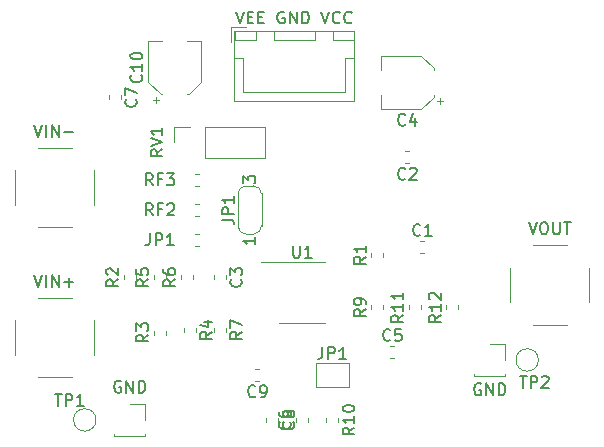
<source format=gbr>
G04 #@! TF.GenerationSoftware,KiCad,Pcbnew,(5.1.2)-2*
G04 #@! TF.CreationDate,2019-07-08T11:12:43+08:00*
G04 #@! TF.ProjectId,eval-board-ADA4817-1,6576616c-2d62-46f6-9172-642d41444134,rev?*
G04 #@! TF.SameCoordinates,Original*
G04 #@! TF.FileFunction,Legend,Top*
G04 #@! TF.FilePolarity,Positive*
%FSLAX46Y46*%
G04 Gerber Fmt 4.6, Leading zero omitted, Abs format (unit mm)*
G04 Created by KiCad (PCBNEW (5.1.2)-2) date 2019-07-08 11:12:43*
%MOMM*%
%LPD*%
G04 APERTURE LIST*
%ADD10C,0.120000*%
%ADD11C,0.150000*%
G04 APERTURE END LIST*
D10*
X146050000Y-125750000D02*
X148000000Y-125750000D01*
X146050000Y-125750000D02*
X144100000Y-125750000D01*
X146050000Y-120630000D02*
X148000000Y-120630000D01*
X146050000Y-120630000D02*
X142600000Y-120630000D01*
X130935000Y-122091267D02*
X130935000Y-121748733D01*
X131955000Y-122091267D02*
X131955000Y-121748733D01*
X131445000Y-132655000D02*
X132775000Y-132655000D01*
X132775000Y-132655000D02*
X132775000Y-133985000D01*
X132775000Y-135195000D02*
X132775000Y-135315000D01*
X130115000Y-135195000D02*
X130115000Y-135315000D01*
X130115000Y-135315000D02*
X132775000Y-135315000D01*
X161925000Y-127575000D02*
X163255000Y-127575000D01*
X163255000Y-127575000D02*
X163255000Y-128905000D01*
X163255000Y-130115000D02*
X163255000Y-130235000D01*
X160595000Y-130115000D02*
X160595000Y-130235000D01*
X160595000Y-130235000D02*
X163255000Y-130235000D01*
X166050000Y-128905000D02*
G75*
G03X166050000Y-128905000I-950000J0D01*
G01*
X128585000Y-133985000D02*
G75*
G03X128585000Y-133985000I-950000J0D01*
G01*
X140315000Y-101045000D02*
X140315000Y-107015000D01*
X140315000Y-107015000D02*
X150435000Y-107015000D01*
X150435000Y-107015000D02*
X150435000Y-101045000D01*
X150435000Y-101045000D02*
X140315000Y-101045000D01*
X143625000Y-101055000D02*
X143625000Y-101805000D01*
X143625000Y-101805000D02*
X147125000Y-101805000D01*
X147125000Y-101805000D02*
X147125000Y-101055000D01*
X147125000Y-101055000D02*
X143625000Y-101055000D01*
X140325000Y-101055000D02*
X140325000Y-101805000D01*
X140325000Y-101805000D02*
X142125000Y-101805000D01*
X142125000Y-101805000D02*
X142125000Y-101055000D01*
X142125000Y-101055000D02*
X140325000Y-101055000D01*
X148625000Y-101055000D02*
X148625000Y-101805000D01*
X148625000Y-101805000D02*
X150425000Y-101805000D01*
X150425000Y-101805000D02*
X150425000Y-101055000D01*
X150425000Y-101055000D02*
X148625000Y-101055000D01*
X140325000Y-103305000D02*
X141075000Y-103305000D01*
X141075000Y-103305000D02*
X141075000Y-106255000D01*
X141075000Y-106255000D02*
X145375000Y-106255000D01*
X150425000Y-103305000D02*
X149675000Y-103305000D01*
X149675000Y-103305000D02*
X149675000Y-106255000D01*
X149675000Y-106255000D02*
X145375000Y-106255000D01*
X141275000Y-100755000D02*
X140025000Y-100755000D01*
X140025000Y-100755000D02*
X140025000Y-102005000D01*
X147190000Y-129175000D02*
X149990000Y-129175000D01*
X149990000Y-129175000D02*
X149990000Y-131175000D01*
X149990000Y-131175000D02*
X147190000Y-131175000D01*
X147190000Y-131175000D02*
X147190000Y-129175000D01*
X156038733Y-118870000D02*
X156381267Y-118870000D01*
X156038733Y-119890000D02*
X156381267Y-119890000D01*
X155111267Y-111250000D02*
X154768733Y-111250000D01*
X155111267Y-112270000D02*
X154768733Y-112270000D01*
X138555000Y-121748733D02*
X138555000Y-122091267D01*
X139575000Y-121748733D02*
X139575000Y-122091267D01*
X157690000Y-107220000D02*
X157690000Y-106720000D01*
X157940000Y-106970000D02*
X157440000Y-106970000D01*
X157200000Y-104214437D02*
X156135563Y-103150000D01*
X157200000Y-106605563D02*
X156135563Y-107670000D01*
X157200000Y-106605563D02*
X157200000Y-106470000D01*
X157200000Y-104214437D02*
X157200000Y-104350000D01*
X156135563Y-103150000D02*
X152680000Y-103150000D01*
X156135563Y-107670000D02*
X152680000Y-107670000D01*
X152680000Y-107670000D02*
X152680000Y-106470000D01*
X152680000Y-103150000D02*
X152680000Y-104350000D01*
X153498733Y-127760000D02*
X153841267Y-127760000D01*
X153498733Y-128780000D02*
X153841267Y-128780000D01*
X146560000Y-134156267D02*
X146560000Y-133813733D01*
X145540000Y-134156267D02*
X145540000Y-133813733D01*
X130685000Y-106508733D02*
X130685000Y-106851267D01*
X129665000Y-106508733D02*
X129665000Y-106851267D01*
X144020000Y-133813733D02*
X144020000Y-134156267D01*
X143000000Y-133813733D02*
X143000000Y-134156267D01*
X142411267Y-129665000D02*
X142068733Y-129665000D01*
X142411267Y-130685000D02*
X142068733Y-130685000D01*
X137515000Y-101880000D02*
X136315000Y-101880000D01*
X132995000Y-101880000D02*
X134195000Y-101880000D01*
X132995000Y-105335563D02*
X132995000Y-101880000D01*
X137515000Y-105335563D02*
X137515000Y-101880000D01*
X136450563Y-106400000D02*
X136315000Y-106400000D01*
X134059437Y-106400000D02*
X134195000Y-106400000D01*
X134059437Y-106400000D02*
X132995000Y-105335563D01*
X136450563Y-106400000D02*
X137515000Y-105335563D01*
X133695000Y-107140000D02*
X133695000Y-106640000D01*
X133445000Y-106890000D02*
X133945000Y-106890000D01*
X121740000Y-112850000D02*
X121740000Y-115750000D01*
X128450000Y-112850000D02*
X128450000Y-115750000D01*
X123645000Y-117655000D02*
X126545000Y-117655000D01*
X123645000Y-110945000D02*
X126545000Y-110945000D01*
X121740000Y-125550000D02*
X121740000Y-128450000D01*
X128450000Y-125550000D02*
X128450000Y-128450000D01*
X123645000Y-130355000D02*
X126545000Y-130355000D01*
X123645000Y-123645000D02*
X126545000Y-123645000D01*
X165555000Y-119200000D02*
X168455000Y-119200000D01*
X165555000Y-125910000D02*
X168455000Y-125910000D01*
X170360000Y-121105000D02*
X170360000Y-124005000D01*
X163650000Y-121105000D02*
X163650000Y-124005000D01*
X141905000Y-118255000D02*
X141305000Y-118255000D01*
X142605000Y-114805000D02*
X142605000Y-117605000D01*
X141305000Y-114155000D02*
X141905000Y-114155000D01*
X140605000Y-117605000D02*
X140605000Y-114805000D01*
X140605000Y-114855000D02*
G75*
G02X141305000Y-114155000I700000J0D01*
G01*
X141905000Y-114155000D02*
G75*
G02X142605000Y-114855000I0J-700000D01*
G01*
X142605000Y-117555000D02*
G75*
G02X141905000Y-118255000I-700000J0D01*
G01*
X141305000Y-118255000D02*
G75*
G02X140605000Y-117555000I0J700000D01*
G01*
X152910000Y-120186267D02*
X152910000Y-119843733D01*
X151890000Y-120186267D02*
X151890000Y-119843733D01*
X134495000Y-126776267D02*
X134495000Y-126433733D01*
X133475000Y-126776267D02*
X133475000Y-126433733D01*
X137035000Y-126193733D02*
X137035000Y-126536267D01*
X136015000Y-126193733D02*
X136015000Y-126536267D01*
X133475000Y-122091267D02*
X133475000Y-121748733D01*
X134495000Y-122091267D02*
X134495000Y-121748733D01*
X136781000Y-122091267D02*
X136781000Y-121748733D01*
X135761000Y-122091267D02*
X135761000Y-121748733D01*
X139575000Y-126193733D02*
X139575000Y-126536267D01*
X138555000Y-126193733D02*
X138555000Y-126536267D01*
X151890000Y-124631267D02*
X151890000Y-124288733D01*
X152910000Y-124631267D02*
X152910000Y-124288733D01*
X148080000Y-133813733D02*
X148080000Y-134156267D01*
X149100000Y-133813733D02*
X149100000Y-134156267D01*
X156085000Y-124631267D02*
X156085000Y-124288733D01*
X155065000Y-124631267D02*
X155065000Y-124288733D01*
X158240000Y-124631267D02*
X158240000Y-124288733D01*
X159260000Y-124631267D02*
X159260000Y-124288733D01*
X136988733Y-119255000D02*
X137331267Y-119255000D01*
X136988733Y-118235000D02*
X137331267Y-118235000D01*
X136988733Y-115695000D02*
X137331267Y-115695000D01*
X136988733Y-116715000D02*
X137331267Y-116715000D01*
X137331267Y-113155000D02*
X136988733Y-113155000D01*
X137331267Y-114175000D02*
X136988733Y-114175000D01*
X137795000Y-111820000D02*
X137795000Y-109160000D01*
X137795000Y-111820000D02*
X142935000Y-111820000D01*
X142935000Y-111820000D02*
X142935000Y-109160000D01*
X137795000Y-109160000D02*
X142935000Y-109160000D01*
X135195000Y-109160000D02*
X136525000Y-109160000D01*
X135195000Y-110490000D02*
X135195000Y-109160000D01*
D11*
X145288095Y-119242380D02*
X145288095Y-120051904D01*
X145335714Y-120147142D01*
X145383333Y-120194761D01*
X145478571Y-120242380D01*
X145669047Y-120242380D01*
X145764285Y-120194761D01*
X145811904Y-120147142D01*
X145859523Y-120051904D01*
X145859523Y-119242380D01*
X146859523Y-120242380D02*
X146288095Y-120242380D01*
X146573809Y-120242380D02*
X146573809Y-119242380D01*
X146478571Y-119385238D01*
X146383333Y-119480476D01*
X146288095Y-119528095D01*
X130467380Y-122086666D02*
X129991190Y-122420000D01*
X130467380Y-122658095D02*
X129467380Y-122658095D01*
X129467380Y-122277142D01*
X129515000Y-122181904D01*
X129562619Y-122134285D01*
X129657857Y-122086666D01*
X129800714Y-122086666D01*
X129895952Y-122134285D01*
X129943571Y-122181904D01*
X129991190Y-122277142D01*
X129991190Y-122658095D01*
X129562619Y-121705714D02*
X129515000Y-121658095D01*
X129467380Y-121562857D01*
X129467380Y-121324761D01*
X129515000Y-121229523D01*
X129562619Y-121181904D01*
X129657857Y-121134285D01*
X129753095Y-121134285D01*
X129895952Y-121181904D01*
X130467380Y-121753333D01*
X130467380Y-121134285D01*
X130683095Y-130715000D02*
X130587857Y-130667380D01*
X130445000Y-130667380D01*
X130302142Y-130715000D01*
X130206904Y-130810238D01*
X130159285Y-130905476D01*
X130111666Y-131095952D01*
X130111666Y-131238809D01*
X130159285Y-131429285D01*
X130206904Y-131524523D01*
X130302142Y-131619761D01*
X130445000Y-131667380D01*
X130540238Y-131667380D01*
X130683095Y-131619761D01*
X130730714Y-131572142D01*
X130730714Y-131238809D01*
X130540238Y-131238809D01*
X131159285Y-131667380D02*
X131159285Y-130667380D01*
X131730714Y-131667380D01*
X131730714Y-130667380D01*
X132206904Y-131667380D02*
X132206904Y-130667380D01*
X132445000Y-130667380D01*
X132587857Y-130715000D01*
X132683095Y-130810238D01*
X132730714Y-130905476D01*
X132778333Y-131095952D01*
X132778333Y-131238809D01*
X132730714Y-131429285D01*
X132683095Y-131524523D01*
X132587857Y-131619761D01*
X132445000Y-131667380D01*
X132206904Y-131667380D01*
X161163095Y-130945000D02*
X161067857Y-130897380D01*
X160925000Y-130897380D01*
X160782142Y-130945000D01*
X160686904Y-131040238D01*
X160639285Y-131135476D01*
X160591666Y-131325952D01*
X160591666Y-131468809D01*
X160639285Y-131659285D01*
X160686904Y-131754523D01*
X160782142Y-131849761D01*
X160925000Y-131897380D01*
X161020238Y-131897380D01*
X161163095Y-131849761D01*
X161210714Y-131802142D01*
X161210714Y-131468809D01*
X161020238Y-131468809D01*
X161639285Y-131897380D02*
X161639285Y-130897380D01*
X162210714Y-131897380D01*
X162210714Y-130897380D01*
X162686904Y-131897380D02*
X162686904Y-130897380D01*
X162925000Y-130897380D01*
X163067857Y-130945000D01*
X163163095Y-131040238D01*
X163210714Y-131135476D01*
X163258333Y-131325952D01*
X163258333Y-131468809D01*
X163210714Y-131659285D01*
X163163095Y-131754523D01*
X163067857Y-131849761D01*
X162925000Y-131897380D01*
X162686904Y-131897380D01*
X164473095Y-130262380D02*
X165044523Y-130262380D01*
X164758809Y-131262380D02*
X164758809Y-130262380D01*
X165377857Y-131262380D02*
X165377857Y-130262380D01*
X165758809Y-130262380D01*
X165854047Y-130310000D01*
X165901666Y-130357619D01*
X165949285Y-130452857D01*
X165949285Y-130595714D01*
X165901666Y-130690952D01*
X165854047Y-130738571D01*
X165758809Y-130786190D01*
X165377857Y-130786190D01*
X166330238Y-130357619D02*
X166377857Y-130310000D01*
X166473095Y-130262380D01*
X166711190Y-130262380D01*
X166806428Y-130310000D01*
X166854047Y-130357619D01*
X166901666Y-130452857D01*
X166901666Y-130548095D01*
X166854047Y-130690952D01*
X166282619Y-131262380D01*
X166901666Y-131262380D01*
X125103095Y-131789380D02*
X125674523Y-131789380D01*
X125388809Y-132789380D02*
X125388809Y-131789380D01*
X126007857Y-132789380D02*
X126007857Y-131789380D01*
X126388809Y-131789380D01*
X126484047Y-131837000D01*
X126531666Y-131884619D01*
X126579285Y-131979857D01*
X126579285Y-132122714D01*
X126531666Y-132217952D01*
X126484047Y-132265571D01*
X126388809Y-132313190D01*
X126007857Y-132313190D01*
X127531666Y-132789380D02*
X126960238Y-132789380D01*
X127245952Y-132789380D02*
X127245952Y-131789380D01*
X127150714Y-131932238D01*
X127055476Y-132027476D01*
X126960238Y-132075095D01*
X140422619Y-99407380D02*
X140755952Y-100407380D01*
X141089285Y-99407380D01*
X141422619Y-99883571D02*
X141755952Y-99883571D01*
X141898809Y-100407380D02*
X141422619Y-100407380D01*
X141422619Y-99407380D01*
X141898809Y-99407380D01*
X142327380Y-99883571D02*
X142660714Y-99883571D01*
X142803571Y-100407380D02*
X142327380Y-100407380D01*
X142327380Y-99407380D01*
X142803571Y-99407380D01*
X144517857Y-99455000D02*
X144422619Y-99407380D01*
X144279761Y-99407380D01*
X144136904Y-99455000D01*
X144041666Y-99550238D01*
X143994047Y-99645476D01*
X143946428Y-99835952D01*
X143946428Y-99978809D01*
X143994047Y-100169285D01*
X144041666Y-100264523D01*
X144136904Y-100359761D01*
X144279761Y-100407380D01*
X144375000Y-100407380D01*
X144517857Y-100359761D01*
X144565476Y-100312142D01*
X144565476Y-99978809D01*
X144375000Y-99978809D01*
X144994047Y-100407380D02*
X144994047Y-99407380D01*
X145565476Y-100407380D01*
X145565476Y-99407380D01*
X146041666Y-100407380D02*
X146041666Y-99407380D01*
X146279761Y-99407380D01*
X146422619Y-99455000D01*
X146517857Y-99550238D01*
X146565476Y-99645476D01*
X146613095Y-99835952D01*
X146613095Y-99978809D01*
X146565476Y-100169285D01*
X146517857Y-100264523D01*
X146422619Y-100359761D01*
X146279761Y-100407380D01*
X146041666Y-100407380D01*
X147660714Y-99407380D02*
X147994047Y-100407380D01*
X148327380Y-99407380D01*
X149232142Y-100312142D02*
X149184523Y-100359761D01*
X149041666Y-100407380D01*
X148946428Y-100407380D01*
X148803571Y-100359761D01*
X148708333Y-100264523D01*
X148660714Y-100169285D01*
X148613095Y-99978809D01*
X148613095Y-99835952D01*
X148660714Y-99645476D01*
X148708333Y-99550238D01*
X148803571Y-99455000D01*
X148946428Y-99407380D01*
X149041666Y-99407380D01*
X149184523Y-99455000D01*
X149232142Y-99502619D01*
X150232142Y-100312142D02*
X150184523Y-100359761D01*
X150041666Y-100407380D01*
X149946428Y-100407380D01*
X149803571Y-100359761D01*
X149708333Y-100264523D01*
X149660714Y-100169285D01*
X149613095Y-99978809D01*
X149613095Y-99835952D01*
X149660714Y-99645476D01*
X149708333Y-99550238D01*
X149803571Y-99455000D01*
X149946428Y-99407380D01*
X150041666Y-99407380D01*
X150184523Y-99455000D01*
X150232142Y-99502619D01*
X147756666Y-127827380D02*
X147756666Y-128541666D01*
X147709047Y-128684523D01*
X147613809Y-128779761D01*
X147470952Y-128827380D01*
X147375714Y-128827380D01*
X148232857Y-128827380D02*
X148232857Y-127827380D01*
X148613809Y-127827380D01*
X148709047Y-127875000D01*
X148756666Y-127922619D01*
X148804285Y-128017857D01*
X148804285Y-128160714D01*
X148756666Y-128255952D01*
X148709047Y-128303571D01*
X148613809Y-128351190D01*
X148232857Y-128351190D01*
X149756666Y-128827380D02*
X149185238Y-128827380D01*
X149470952Y-128827380D02*
X149470952Y-127827380D01*
X149375714Y-127970238D01*
X149280476Y-128065476D01*
X149185238Y-128113095D01*
X156043333Y-118307142D02*
X155995714Y-118354761D01*
X155852857Y-118402380D01*
X155757619Y-118402380D01*
X155614761Y-118354761D01*
X155519523Y-118259523D01*
X155471904Y-118164285D01*
X155424285Y-117973809D01*
X155424285Y-117830952D01*
X155471904Y-117640476D01*
X155519523Y-117545238D01*
X155614761Y-117450000D01*
X155757619Y-117402380D01*
X155852857Y-117402380D01*
X155995714Y-117450000D01*
X156043333Y-117497619D01*
X156995714Y-118402380D02*
X156424285Y-118402380D01*
X156710000Y-118402380D02*
X156710000Y-117402380D01*
X156614761Y-117545238D01*
X156519523Y-117640476D01*
X156424285Y-117688095D01*
X154773333Y-113547142D02*
X154725714Y-113594761D01*
X154582857Y-113642380D01*
X154487619Y-113642380D01*
X154344761Y-113594761D01*
X154249523Y-113499523D01*
X154201904Y-113404285D01*
X154154285Y-113213809D01*
X154154285Y-113070952D01*
X154201904Y-112880476D01*
X154249523Y-112785238D01*
X154344761Y-112690000D01*
X154487619Y-112642380D01*
X154582857Y-112642380D01*
X154725714Y-112690000D01*
X154773333Y-112737619D01*
X155154285Y-112737619D02*
X155201904Y-112690000D01*
X155297142Y-112642380D01*
X155535238Y-112642380D01*
X155630476Y-112690000D01*
X155678095Y-112737619D01*
X155725714Y-112832857D01*
X155725714Y-112928095D01*
X155678095Y-113070952D01*
X155106666Y-113642380D01*
X155725714Y-113642380D01*
X140852142Y-122086666D02*
X140899761Y-122134285D01*
X140947380Y-122277142D01*
X140947380Y-122372380D01*
X140899761Y-122515238D01*
X140804523Y-122610476D01*
X140709285Y-122658095D01*
X140518809Y-122705714D01*
X140375952Y-122705714D01*
X140185476Y-122658095D01*
X140090238Y-122610476D01*
X139995000Y-122515238D01*
X139947380Y-122372380D01*
X139947380Y-122277142D01*
X139995000Y-122134285D01*
X140042619Y-122086666D01*
X139947380Y-121753333D02*
X139947380Y-121134285D01*
X140328333Y-121467619D01*
X140328333Y-121324761D01*
X140375952Y-121229523D01*
X140423571Y-121181904D01*
X140518809Y-121134285D01*
X140756904Y-121134285D01*
X140852142Y-121181904D01*
X140899761Y-121229523D01*
X140947380Y-121324761D01*
X140947380Y-121610476D01*
X140899761Y-121705714D01*
X140852142Y-121753333D01*
X154773333Y-108967142D02*
X154725714Y-109014761D01*
X154582857Y-109062380D01*
X154487619Y-109062380D01*
X154344761Y-109014761D01*
X154249523Y-108919523D01*
X154201904Y-108824285D01*
X154154285Y-108633809D01*
X154154285Y-108490952D01*
X154201904Y-108300476D01*
X154249523Y-108205238D01*
X154344761Y-108110000D01*
X154487619Y-108062380D01*
X154582857Y-108062380D01*
X154725714Y-108110000D01*
X154773333Y-108157619D01*
X155630476Y-108395714D02*
X155630476Y-109062380D01*
X155392380Y-108014761D02*
X155154285Y-108729047D01*
X155773333Y-108729047D01*
X153503333Y-127197142D02*
X153455714Y-127244761D01*
X153312857Y-127292380D01*
X153217619Y-127292380D01*
X153074761Y-127244761D01*
X152979523Y-127149523D01*
X152931904Y-127054285D01*
X152884285Y-126863809D01*
X152884285Y-126720952D01*
X152931904Y-126530476D01*
X152979523Y-126435238D01*
X153074761Y-126340000D01*
X153217619Y-126292380D01*
X153312857Y-126292380D01*
X153455714Y-126340000D01*
X153503333Y-126387619D01*
X154408095Y-126292380D02*
X153931904Y-126292380D01*
X153884285Y-126768571D01*
X153931904Y-126720952D01*
X154027142Y-126673333D01*
X154265238Y-126673333D01*
X154360476Y-126720952D01*
X154408095Y-126768571D01*
X154455714Y-126863809D01*
X154455714Y-127101904D01*
X154408095Y-127197142D01*
X154360476Y-127244761D01*
X154265238Y-127292380D01*
X154027142Y-127292380D01*
X153931904Y-127244761D01*
X153884285Y-127197142D01*
X144977142Y-134151666D02*
X145024761Y-134199285D01*
X145072380Y-134342142D01*
X145072380Y-134437380D01*
X145024761Y-134580238D01*
X144929523Y-134675476D01*
X144834285Y-134723095D01*
X144643809Y-134770714D01*
X144500952Y-134770714D01*
X144310476Y-134723095D01*
X144215238Y-134675476D01*
X144120000Y-134580238D01*
X144072380Y-134437380D01*
X144072380Y-134342142D01*
X144120000Y-134199285D01*
X144167619Y-134151666D01*
X144072380Y-133294523D02*
X144072380Y-133485000D01*
X144120000Y-133580238D01*
X144167619Y-133627857D01*
X144310476Y-133723095D01*
X144500952Y-133770714D01*
X144881904Y-133770714D01*
X144977142Y-133723095D01*
X145024761Y-133675476D01*
X145072380Y-133580238D01*
X145072380Y-133389761D01*
X145024761Y-133294523D01*
X144977142Y-133246904D01*
X144881904Y-133199285D01*
X144643809Y-133199285D01*
X144548571Y-133246904D01*
X144500952Y-133294523D01*
X144453333Y-133389761D01*
X144453333Y-133580238D01*
X144500952Y-133675476D01*
X144548571Y-133723095D01*
X144643809Y-133770714D01*
X131962142Y-106846666D02*
X132009761Y-106894285D01*
X132057380Y-107037142D01*
X132057380Y-107132380D01*
X132009761Y-107275238D01*
X131914523Y-107370476D01*
X131819285Y-107418095D01*
X131628809Y-107465714D01*
X131485952Y-107465714D01*
X131295476Y-107418095D01*
X131200238Y-107370476D01*
X131105000Y-107275238D01*
X131057380Y-107132380D01*
X131057380Y-107037142D01*
X131105000Y-106894285D01*
X131152619Y-106846666D01*
X131057380Y-106513333D02*
X131057380Y-105846666D01*
X132057380Y-106275238D01*
X145297142Y-134151666D02*
X145344761Y-134199285D01*
X145392380Y-134342142D01*
X145392380Y-134437380D01*
X145344761Y-134580238D01*
X145249523Y-134675476D01*
X145154285Y-134723095D01*
X144963809Y-134770714D01*
X144820952Y-134770714D01*
X144630476Y-134723095D01*
X144535238Y-134675476D01*
X144440000Y-134580238D01*
X144392380Y-134437380D01*
X144392380Y-134342142D01*
X144440000Y-134199285D01*
X144487619Y-134151666D01*
X144820952Y-133580238D02*
X144773333Y-133675476D01*
X144725714Y-133723095D01*
X144630476Y-133770714D01*
X144582857Y-133770714D01*
X144487619Y-133723095D01*
X144440000Y-133675476D01*
X144392380Y-133580238D01*
X144392380Y-133389761D01*
X144440000Y-133294523D01*
X144487619Y-133246904D01*
X144582857Y-133199285D01*
X144630476Y-133199285D01*
X144725714Y-133246904D01*
X144773333Y-133294523D01*
X144820952Y-133389761D01*
X144820952Y-133580238D01*
X144868571Y-133675476D01*
X144916190Y-133723095D01*
X145011428Y-133770714D01*
X145201904Y-133770714D01*
X145297142Y-133723095D01*
X145344761Y-133675476D01*
X145392380Y-133580238D01*
X145392380Y-133389761D01*
X145344761Y-133294523D01*
X145297142Y-133246904D01*
X145201904Y-133199285D01*
X145011428Y-133199285D01*
X144916190Y-133246904D01*
X144868571Y-133294523D01*
X144820952Y-133389761D01*
X142073333Y-131962142D02*
X142025714Y-132009761D01*
X141882857Y-132057380D01*
X141787619Y-132057380D01*
X141644761Y-132009761D01*
X141549523Y-131914523D01*
X141501904Y-131819285D01*
X141454285Y-131628809D01*
X141454285Y-131485952D01*
X141501904Y-131295476D01*
X141549523Y-131200238D01*
X141644761Y-131105000D01*
X141787619Y-131057380D01*
X141882857Y-131057380D01*
X142025714Y-131105000D01*
X142073333Y-131152619D01*
X142549523Y-132057380D02*
X142740000Y-132057380D01*
X142835238Y-132009761D01*
X142882857Y-131962142D01*
X142978095Y-131819285D01*
X143025714Y-131628809D01*
X143025714Y-131247857D01*
X142978095Y-131152619D01*
X142930476Y-131105000D01*
X142835238Y-131057380D01*
X142644761Y-131057380D01*
X142549523Y-131105000D01*
X142501904Y-131152619D01*
X142454285Y-131247857D01*
X142454285Y-131485952D01*
X142501904Y-131581190D01*
X142549523Y-131628809D01*
X142644761Y-131676428D01*
X142835238Y-131676428D01*
X142930476Y-131628809D01*
X142978095Y-131581190D01*
X143025714Y-131485952D01*
X132412142Y-104782857D02*
X132459761Y-104830476D01*
X132507380Y-104973333D01*
X132507380Y-105068571D01*
X132459761Y-105211428D01*
X132364523Y-105306666D01*
X132269285Y-105354285D01*
X132078809Y-105401904D01*
X131935952Y-105401904D01*
X131745476Y-105354285D01*
X131650238Y-105306666D01*
X131555000Y-105211428D01*
X131507380Y-105068571D01*
X131507380Y-104973333D01*
X131555000Y-104830476D01*
X131602619Y-104782857D01*
X132507380Y-103830476D02*
X132507380Y-104401904D01*
X132507380Y-104116190D02*
X131507380Y-104116190D01*
X131650238Y-104211428D01*
X131745476Y-104306666D01*
X131793095Y-104401904D01*
X131507380Y-103211428D02*
X131507380Y-103116190D01*
X131555000Y-103020952D01*
X131602619Y-102973333D01*
X131697857Y-102925714D01*
X131888333Y-102878095D01*
X132126428Y-102878095D01*
X132316904Y-102925714D01*
X132412142Y-102973333D01*
X132459761Y-103020952D01*
X132507380Y-103116190D01*
X132507380Y-103211428D01*
X132459761Y-103306666D01*
X132412142Y-103354285D01*
X132316904Y-103401904D01*
X132126428Y-103449523D01*
X131888333Y-103449523D01*
X131697857Y-103401904D01*
X131602619Y-103354285D01*
X131555000Y-103306666D01*
X131507380Y-103211428D01*
X123380714Y-109002380D02*
X123714047Y-110002380D01*
X124047380Y-109002380D01*
X124380714Y-110002380D02*
X124380714Y-109002380D01*
X124856904Y-110002380D02*
X124856904Y-109002380D01*
X125428333Y-110002380D01*
X125428333Y-109002380D01*
X125904523Y-109621428D02*
X126666428Y-109621428D01*
X123380714Y-121702380D02*
X123714047Y-122702380D01*
X124047380Y-121702380D01*
X124380714Y-122702380D02*
X124380714Y-121702380D01*
X124856904Y-122702380D02*
X124856904Y-121702380D01*
X125428333Y-122702380D01*
X125428333Y-121702380D01*
X125904523Y-122321428D02*
X126666428Y-122321428D01*
X126285476Y-122702380D02*
X126285476Y-121940476D01*
X165243095Y-117257380D02*
X165576428Y-118257380D01*
X165909761Y-117257380D01*
X166433571Y-117257380D02*
X166624047Y-117257380D01*
X166719285Y-117305000D01*
X166814523Y-117400238D01*
X166862142Y-117590714D01*
X166862142Y-117924047D01*
X166814523Y-118114523D01*
X166719285Y-118209761D01*
X166624047Y-118257380D01*
X166433571Y-118257380D01*
X166338333Y-118209761D01*
X166243095Y-118114523D01*
X166195476Y-117924047D01*
X166195476Y-117590714D01*
X166243095Y-117400238D01*
X166338333Y-117305000D01*
X166433571Y-117257380D01*
X167290714Y-117257380D02*
X167290714Y-118066904D01*
X167338333Y-118162142D01*
X167385952Y-118209761D01*
X167481190Y-118257380D01*
X167671666Y-118257380D01*
X167766904Y-118209761D01*
X167814523Y-118162142D01*
X167862142Y-118066904D01*
X167862142Y-117257380D01*
X168195476Y-117257380D02*
X168766904Y-117257380D01*
X168481190Y-118257380D02*
X168481190Y-117257380D01*
X139257380Y-117038333D02*
X139971666Y-117038333D01*
X140114523Y-117085952D01*
X140209761Y-117181190D01*
X140257380Y-117324047D01*
X140257380Y-117419285D01*
X140257380Y-116562142D02*
X139257380Y-116562142D01*
X139257380Y-116181190D01*
X139305000Y-116085952D01*
X139352619Y-116038333D01*
X139447857Y-115990714D01*
X139590714Y-115990714D01*
X139685952Y-116038333D01*
X139733571Y-116085952D01*
X139781190Y-116181190D01*
X139781190Y-116562142D01*
X140257380Y-115038333D02*
X140257380Y-115609761D01*
X140257380Y-115324047D02*
X139257380Y-115324047D01*
X139400238Y-115419285D01*
X139495476Y-115514523D01*
X139543095Y-115609761D01*
X141057380Y-113938333D02*
X141057380Y-113319285D01*
X141438333Y-113652619D01*
X141438333Y-113509761D01*
X141485952Y-113414523D01*
X141533571Y-113366904D01*
X141628809Y-113319285D01*
X141866904Y-113319285D01*
X141962142Y-113366904D01*
X142009761Y-113414523D01*
X142057380Y-113509761D01*
X142057380Y-113795476D01*
X142009761Y-113890714D01*
X141962142Y-113938333D01*
X142057380Y-118519285D02*
X142057380Y-119090714D01*
X142057380Y-118805000D02*
X141057380Y-118805000D01*
X141200238Y-118900238D01*
X141295476Y-118995476D01*
X141343095Y-119090714D01*
X151422380Y-120181666D02*
X150946190Y-120515000D01*
X151422380Y-120753095D02*
X150422380Y-120753095D01*
X150422380Y-120372142D01*
X150470000Y-120276904D01*
X150517619Y-120229285D01*
X150612857Y-120181666D01*
X150755714Y-120181666D01*
X150850952Y-120229285D01*
X150898571Y-120276904D01*
X150946190Y-120372142D01*
X150946190Y-120753095D01*
X151422380Y-119229285D02*
X151422380Y-119800714D01*
X151422380Y-119515000D02*
X150422380Y-119515000D01*
X150565238Y-119610238D01*
X150660476Y-119705476D01*
X150708095Y-119800714D01*
X133007380Y-126771666D02*
X132531190Y-127105000D01*
X133007380Y-127343095D02*
X132007380Y-127343095D01*
X132007380Y-126962142D01*
X132055000Y-126866904D01*
X132102619Y-126819285D01*
X132197857Y-126771666D01*
X132340714Y-126771666D01*
X132435952Y-126819285D01*
X132483571Y-126866904D01*
X132531190Y-126962142D01*
X132531190Y-127343095D01*
X132007380Y-126438333D02*
X132007380Y-125819285D01*
X132388333Y-126152619D01*
X132388333Y-126009761D01*
X132435952Y-125914523D01*
X132483571Y-125866904D01*
X132578809Y-125819285D01*
X132816904Y-125819285D01*
X132912142Y-125866904D01*
X132959761Y-125914523D01*
X133007380Y-126009761D01*
X133007380Y-126295476D01*
X132959761Y-126390714D01*
X132912142Y-126438333D01*
X138407380Y-126531666D02*
X137931190Y-126865000D01*
X138407380Y-127103095D02*
X137407380Y-127103095D01*
X137407380Y-126722142D01*
X137455000Y-126626904D01*
X137502619Y-126579285D01*
X137597857Y-126531666D01*
X137740714Y-126531666D01*
X137835952Y-126579285D01*
X137883571Y-126626904D01*
X137931190Y-126722142D01*
X137931190Y-127103095D01*
X137740714Y-125674523D02*
X138407380Y-125674523D01*
X137359761Y-125912619D02*
X138074047Y-126150714D01*
X138074047Y-125531666D01*
X133007380Y-122086666D02*
X132531190Y-122420000D01*
X133007380Y-122658095D02*
X132007380Y-122658095D01*
X132007380Y-122277142D01*
X132055000Y-122181904D01*
X132102619Y-122134285D01*
X132197857Y-122086666D01*
X132340714Y-122086666D01*
X132435952Y-122134285D01*
X132483571Y-122181904D01*
X132531190Y-122277142D01*
X132531190Y-122658095D01*
X132007380Y-121181904D02*
X132007380Y-121658095D01*
X132483571Y-121705714D01*
X132435952Y-121658095D01*
X132388333Y-121562857D01*
X132388333Y-121324761D01*
X132435952Y-121229523D01*
X132483571Y-121181904D01*
X132578809Y-121134285D01*
X132816904Y-121134285D01*
X132912142Y-121181904D01*
X132959761Y-121229523D01*
X133007380Y-121324761D01*
X133007380Y-121562857D01*
X132959761Y-121658095D01*
X132912142Y-121705714D01*
X135293380Y-122086666D02*
X134817190Y-122420000D01*
X135293380Y-122658095D02*
X134293380Y-122658095D01*
X134293380Y-122277142D01*
X134341000Y-122181904D01*
X134388619Y-122134285D01*
X134483857Y-122086666D01*
X134626714Y-122086666D01*
X134721952Y-122134285D01*
X134769571Y-122181904D01*
X134817190Y-122277142D01*
X134817190Y-122658095D01*
X134293380Y-121229523D02*
X134293380Y-121420000D01*
X134341000Y-121515238D01*
X134388619Y-121562857D01*
X134531476Y-121658095D01*
X134721952Y-121705714D01*
X135102904Y-121705714D01*
X135198142Y-121658095D01*
X135245761Y-121610476D01*
X135293380Y-121515238D01*
X135293380Y-121324761D01*
X135245761Y-121229523D01*
X135198142Y-121181904D01*
X135102904Y-121134285D01*
X134864809Y-121134285D01*
X134769571Y-121181904D01*
X134721952Y-121229523D01*
X134674333Y-121324761D01*
X134674333Y-121515238D01*
X134721952Y-121610476D01*
X134769571Y-121658095D01*
X134864809Y-121705714D01*
X140947380Y-126531666D02*
X140471190Y-126865000D01*
X140947380Y-127103095D02*
X139947380Y-127103095D01*
X139947380Y-126722142D01*
X139995000Y-126626904D01*
X140042619Y-126579285D01*
X140137857Y-126531666D01*
X140280714Y-126531666D01*
X140375952Y-126579285D01*
X140423571Y-126626904D01*
X140471190Y-126722142D01*
X140471190Y-127103095D01*
X139947380Y-126198333D02*
X139947380Y-125531666D01*
X140947380Y-125960238D01*
X151422380Y-124626666D02*
X150946190Y-124960000D01*
X151422380Y-125198095D02*
X150422380Y-125198095D01*
X150422380Y-124817142D01*
X150470000Y-124721904D01*
X150517619Y-124674285D01*
X150612857Y-124626666D01*
X150755714Y-124626666D01*
X150850952Y-124674285D01*
X150898571Y-124721904D01*
X150946190Y-124817142D01*
X150946190Y-125198095D01*
X151422380Y-124150476D02*
X151422380Y-123960000D01*
X151374761Y-123864761D01*
X151327142Y-123817142D01*
X151184285Y-123721904D01*
X150993809Y-123674285D01*
X150612857Y-123674285D01*
X150517619Y-123721904D01*
X150470000Y-123769523D01*
X150422380Y-123864761D01*
X150422380Y-124055238D01*
X150470000Y-124150476D01*
X150517619Y-124198095D01*
X150612857Y-124245714D01*
X150850952Y-124245714D01*
X150946190Y-124198095D01*
X150993809Y-124150476D01*
X151041428Y-124055238D01*
X151041428Y-123864761D01*
X150993809Y-123769523D01*
X150946190Y-123721904D01*
X150850952Y-123674285D01*
X150472380Y-134627857D02*
X149996190Y-134961190D01*
X150472380Y-135199285D02*
X149472380Y-135199285D01*
X149472380Y-134818333D01*
X149520000Y-134723095D01*
X149567619Y-134675476D01*
X149662857Y-134627857D01*
X149805714Y-134627857D01*
X149900952Y-134675476D01*
X149948571Y-134723095D01*
X149996190Y-134818333D01*
X149996190Y-135199285D01*
X150472380Y-133675476D02*
X150472380Y-134246904D01*
X150472380Y-133961190D02*
X149472380Y-133961190D01*
X149615238Y-134056428D01*
X149710476Y-134151666D01*
X149758095Y-134246904D01*
X149472380Y-133056428D02*
X149472380Y-132961190D01*
X149520000Y-132865952D01*
X149567619Y-132818333D01*
X149662857Y-132770714D01*
X149853333Y-132723095D01*
X150091428Y-132723095D01*
X150281904Y-132770714D01*
X150377142Y-132818333D01*
X150424761Y-132865952D01*
X150472380Y-132961190D01*
X150472380Y-133056428D01*
X150424761Y-133151666D01*
X150377142Y-133199285D01*
X150281904Y-133246904D01*
X150091428Y-133294523D01*
X149853333Y-133294523D01*
X149662857Y-133246904D01*
X149567619Y-133199285D01*
X149520000Y-133151666D01*
X149472380Y-133056428D01*
X154597380Y-125102857D02*
X154121190Y-125436190D01*
X154597380Y-125674285D02*
X153597380Y-125674285D01*
X153597380Y-125293333D01*
X153645000Y-125198095D01*
X153692619Y-125150476D01*
X153787857Y-125102857D01*
X153930714Y-125102857D01*
X154025952Y-125150476D01*
X154073571Y-125198095D01*
X154121190Y-125293333D01*
X154121190Y-125674285D01*
X154597380Y-124150476D02*
X154597380Y-124721904D01*
X154597380Y-124436190D02*
X153597380Y-124436190D01*
X153740238Y-124531428D01*
X153835476Y-124626666D01*
X153883095Y-124721904D01*
X154597380Y-123198095D02*
X154597380Y-123769523D01*
X154597380Y-123483809D02*
X153597380Y-123483809D01*
X153740238Y-123579047D01*
X153835476Y-123674285D01*
X153883095Y-123769523D01*
X157772380Y-125102857D02*
X157296190Y-125436190D01*
X157772380Y-125674285D02*
X156772380Y-125674285D01*
X156772380Y-125293333D01*
X156820000Y-125198095D01*
X156867619Y-125150476D01*
X156962857Y-125102857D01*
X157105714Y-125102857D01*
X157200952Y-125150476D01*
X157248571Y-125198095D01*
X157296190Y-125293333D01*
X157296190Y-125674285D01*
X157772380Y-124150476D02*
X157772380Y-124721904D01*
X157772380Y-124436190D02*
X156772380Y-124436190D01*
X156915238Y-124531428D01*
X157010476Y-124626666D01*
X157058095Y-124721904D01*
X156867619Y-123769523D02*
X156820000Y-123721904D01*
X156772380Y-123626666D01*
X156772380Y-123388571D01*
X156820000Y-123293333D01*
X156867619Y-123245714D01*
X156962857Y-123198095D01*
X157058095Y-123198095D01*
X157200952Y-123245714D01*
X157772380Y-123817142D01*
X157772380Y-123198095D01*
X133151666Y-118197380D02*
X133151666Y-118911666D01*
X133104047Y-119054523D01*
X133008809Y-119149761D01*
X132865952Y-119197380D01*
X132770714Y-119197380D01*
X133627857Y-119197380D02*
X133627857Y-118197380D01*
X134008809Y-118197380D01*
X134104047Y-118245000D01*
X134151666Y-118292619D01*
X134199285Y-118387857D01*
X134199285Y-118530714D01*
X134151666Y-118625952D01*
X134104047Y-118673571D01*
X134008809Y-118721190D01*
X133627857Y-118721190D01*
X135151666Y-119197380D02*
X134580238Y-119197380D01*
X134865952Y-119197380D02*
X134865952Y-118197380D01*
X134770714Y-118340238D01*
X134675476Y-118435476D01*
X134580238Y-118483095D01*
X133389761Y-116657380D02*
X133056428Y-116181190D01*
X132818333Y-116657380D02*
X132818333Y-115657380D01*
X133199285Y-115657380D01*
X133294523Y-115705000D01*
X133342142Y-115752619D01*
X133389761Y-115847857D01*
X133389761Y-115990714D01*
X133342142Y-116085952D01*
X133294523Y-116133571D01*
X133199285Y-116181190D01*
X132818333Y-116181190D01*
X134151666Y-116133571D02*
X133818333Y-116133571D01*
X133818333Y-116657380D02*
X133818333Y-115657380D01*
X134294523Y-115657380D01*
X134627857Y-115752619D02*
X134675476Y-115705000D01*
X134770714Y-115657380D01*
X135008809Y-115657380D01*
X135104047Y-115705000D01*
X135151666Y-115752619D01*
X135199285Y-115847857D01*
X135199285Y-115943095D01*
X135151666Y-116085952D01*
X134580238Y-116657380D01*
X135199285Y-116657380D01*
X133389761Y-114117380D02*
X133056428Y-113641190D01*
X132818333Y-114117380D02*
X132818333Y-113117380D01*
X133199285Y-113117380D01*
X133294523Y-113165000D01*
X133342142Y-113212619D01*
X133389761Y-113307857D01*
X133389761Y-113450714D01*
X133342142Y-113545952D01*
X133294523Y-113593571D01*
X133199285Y-113641190D01*
X132818333Y-113641190D01*
X134151666Y-113593571D02*
X133818333Y-113593571D01*
X133818333Y-114117380D02*
X133818333Y-113117380D01*
X134294523Y-113117380D01*
X134580238Y-113117380D02*
X135199285Y-113117380D01*
X134865952Y-113498333D01*
X135008809Y-113498333D01*
X135104047Y-113545952D01*
X135151666Y-113593571D01*
X135199285Y-113688809D01*
X135199285Y-113926904D01*
X135151666Y-114022142D01*
X135104047Y-114069761D01*
X135008809Y-114117380D01*
X134723095Y-114117380D01*
X134627857Y-114069761D01*
X134580238Y-114022142D01*
X134207380Y-111085238D02*
X133731190Y-111418571D01*
X134207380Y-111656666D02*
X133207380Y-111656666D01*
X133207380Y-111275714D01*
X133255000Y-111180476D01*
X133302619Y-111132857D01*
X133397857Y-111085238D01*
X133540714Y-111085238D01*
X133635952Y-111132857D01*
X133683571Y-111180476D01*
X133731190Y-111275714D01*
X133731190Y-111656666D01*
X133207380Y-110799523D02*
X134207380Y-110466190D01*
X133207380Y-110132857D01*
X134207380Y-109275714D02*
X134207380Y-109847142D01*
X134207380Y-109561428D02*
X133207380Y-109561428D01*
X133350238Y-109656666D01*
X133445476Y-109751904D01*
X133493095Y-109847142D01*
M02*

</source>
